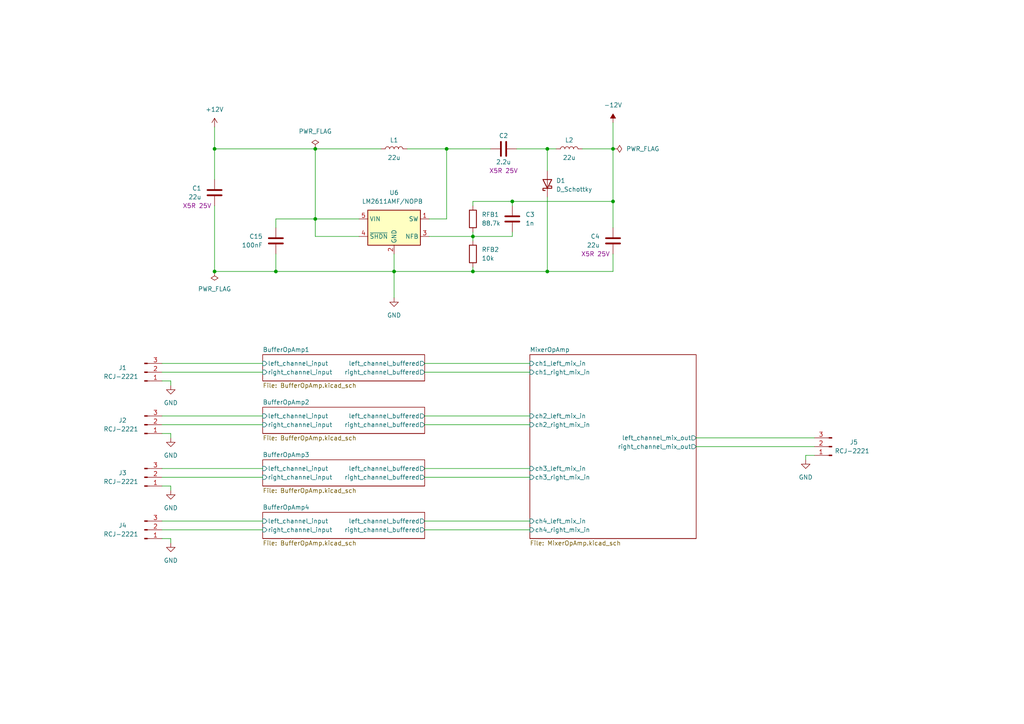
<source format=kicad_sch>
(kicad_sch (version 20230121) (generator eeschema)
  (paper "A4")
  (lib_symbols
    (symbol "Connector:Conn_01x03_Pin" (pin_names (offset 1.016) hide)
      (property "Reference" "J" (at 0 5.08 0))
      (property "Value" "Conn_01x03_Pin" (at 0 -5.08 0))
      (symbol "Conn_01x03_Pin_1_1"
        (polyline (pts (xy 1.27 -2.54) (xy 0.8636 -2.54)) (stroke (width 0.1524)))
        (polyline (pts (xy 1.27 0) (xy 0.8636 0)) (stroke (width 0.1524)))
        (polyline (pts (xy 1.27 2.54) (xy 0.8636 2.54)) (stroke (width 0.1524)))
        (rectangle (start 0.8636 -2.413) (end 0 -2.667) (stroke (width 0.1524)) (fill (type outline)))
        (rectangle (start 0.8636 0.127) (end 0 -0.127) (stroke (width 0.1524)) (fill (type outline)))
        (rectangle (start 0.8636 2.667) (end 0 2.413) (stroke (width 0.1524)) (fill (type outline)))
        (pin passive line (at 5.08 2.54 180) (length 3.81) (name "Pin_1") (number "1"))
        (pin passive line (at 5.08 0 180) (length 3.81) (name "Pin_2") (number "2"))
        (pin passive line (at 5.08 -2.54 180) (length 3.81) (name "Pin_3") (number "3"))
      )
    )
    (symbol "Device:C" (pin_numbers hide) (pin_names (offset 0.254))
      (property "Reference" "C" (at 0.635 2.54 0))
      (property "Value" "C" (at 0.635 -2.54 0))
      (symbol "C_0_1"
        (polyline (pts (xy -2.032 -0.762) (xy 2.032 -0.762)) (stroke (width 0.508)))
        (polyline (pts (xy -2.032 0.762) (xy 2.032 0.762)) (stroke (width 0.508)))
      )
      (symbol "C_1_1"
        (pin passive line (at 0 3.81 270) (length 2.794) (name "~") (number "1"))
        (pin passive line (at 0 -3.81 90) (length 2.794) (name "~") (number "2"))
      )
    )
    (symbol "Device:D_Schottky" (pin_numbers hide) (pin_names (offset 1.016) hide)
      (property "Reference" "D" (at 0 2.54 0))
      (property "Value" "D_Schottky" (at 0 -2.54 0))
      (symbol "D_Schottky_0_1"
        (polyline (pts (xy 1.27 0) (xy -1.27 0)))
        (polyline (pts (xy 1.27 1.27) (xy 1.27 -1.27) (xy -1.27 0) (xy 1.27 1.27)) (stroke (width 0.254)))
        (polyline (pts (xy -1.905 0.635) (xy -1.905 1.27) (xy -1.27 1.27) (xy -1.27 -1.27) (xy -0.635 -1.27) (xy -0.635 -0.635)) (stroke (width 0.254)))
      )
      (symbol "D_Schottky_1_1"
        (pin passive line (at -3.81 0 0) (length 2.54) (name "K") (number "1"))
        (pin passive line (at 3.81 0 180) (length 2.54) (name "A") (number "2"))
      )
    )
    (symbol "Device:L" (pin_numbers hide) (pin_names (offset 1.016) hide)
      (property "Reference" "L" (at -1.27 0 90))
      (property "Value" "L" (at 1.905 0 90))
      (symbol "L_0_1"
        (arc (start 0 -2.54) (mid 0.6323 -1.905) (end 0 -1.27))
        (arc (start 0 -1.27) (mid 0.6323 -0.635) (end 0 0))
        (arc (start 0 0) (mid 0.6323 0.635) (end 0 1.27))
        (arc (start 0 1.27) (mid 0.6323 1.905) (end 0 2.54))
      )
      (symbol "L_1_1"
        (pin passive line (at 0 3.81 270) (length 1.27) (name "1") (number "1"))
        (pin passive line (at 0 -3.81 90) (length 1.27) (name "2") (number "2"))
      )
    )
    (symbol "Device:R" (pin_numbers hide) (pin_names (offset 0))
      (property "Reference" "R" (at 2.032 0 90))
      (property "Value" "R" (at 0 0 90))
      (symbol "R_0_1"
        (rectangle (start -1.016 -2.54) (end 1.016 2.54) (stroke (width 0.254)))
      )
      (symbol "R_1_1"
        (pin passive line (at 0 3.81 270) (length 1.27) (name "~") (number "1"))
        (pin passive line (at 0 -3.81 90) (length 1.27) (name "~") (number "2"))
      )
    )
    (symbol "Regulator_Switching:LM2611xMF"
      (property "Reference" "U" (at -7.62 6.35 0))
      (property "Value" "LM2611xMF" (at 7.62 6.35 0))
      (symbol "LM2611xMF_0_1"
        (rectangle (start -7.62 5.08) (end 7.62 -5.08) (stroke (width 0.254)) (fill (type background)))
      )
      (symbol "LM2611xMF_1_1"
        (pin open_collector line (at 10.16 2.54 180) (length 2.54) (name "SW") (number "1"))
        (pin power_in line (at 0 -7.62 90) (length 2.54) (name "GND") (number "2"))
        (pin input line (at 10.16 -2.54 180) (length 2.54) (name "NFB") (number "3"))
        (pin input line (at -10.16 -2.54 0) (length 2.54) (name "~{SHDN}") (number "4"))
        (pin power_in line (at -10.16 2.54 0) (length 2.54) (name "VIN") (number "5"))
      )
    )
    (symbol "power:+12V" (power) (pin_names (offset 0))
      (property "Value" "+12V" (at 0 3.556 0))
      (symbol "+12V_0_1"
        (polyline (pts (xy -0.762 1.27) (xy 0 2.54)))
        (polyline (pts (xy 0 0) (xy 0 2.54)))
        (polyline (pts (xy 0 2.54) (xy 0.762 1.27)))
      )
      (symbol "+12V_1_1"
        (pin power_in line (at 0 0 90) (length 0) hide (name "+12V") (number "1"))
      )
    )
    (symbol "power:-12V" (power) (pin_names (offset 0))
      (property "Value" "-12V" (at 0 3.81 0))
      (symbol "-12V_0_0"
        (pin power_in line (at 0 0 90) (length 0) hide (name "-12V") (number "1"))
      )
      (symbol "-12V_0_1"
        (polyline (pts (xy 0 0) (xy 0 1.27) (xy 0.762 1.27) (xy 0 2.54) (xy -0.762 1.27) (xy 0 1.27)) (fill (type outline)))
      )
    )
    (symbol "power:GND" (power) (pin_names (offset 0))
      (property "Value" "GND" (at 0 -3.81 0))
      (symbol "GND_0_1"
        (polyline (pts (xy 0 0) (xy 0 -1.27) (xy 1.27 -1.27) (xy 0 -2.54) (xy -1.27 -1.27) (xy 0 -1.27)))
      )
      (symbol "GND_1_1"
        (pin power_in line (at 0 0 270) (length 0) hide (name "GND") (number "1"))
      )
    )
    (symbol "power:PWR_FLAG" (power) (pin_numbers hide) (pin_names (offset 0) hide)
      (property "Value" "PWR_FLAG" (at 0 3.81 0))
      (symbol "PWR_FLAG_0_0"
        (pin power_out line (at 0 0 90) (length 0) (name "pwr") (number "1"))
      )
      (symbol "PWR_FLAG_0_1"
        (polyline (pts (xy 0 0) (xy 0 1.27) (xy -1.016 1.905) (xy 0 2.54) (xy 1.016 1.905) (xy 0 1.27)))
      )
    )
  )
  (junction (at 177.8 58.42))
  (junction (at 62.23 78.74))
  (junction (at 158.75 43.18))
  (junction (at 114.3 78.74))
  (junction (at 177.8 43.18))
  (junction (at 137.16 78.74))
  (junction (at 148.59 58.42))
  (junction (at 91.44 63.5))
  (junction (at 129.54 43.18))
  (junction (at 137.16 68.58))
  (junction (at 80.01 78.74))
  (junction (at 62.23 43.18))
  (junction (at 158.75 78.74))
  (junction (at 91.44 43.18))
  (wire (pts (xy 123.19 153.67) (xy 153.67 153.67)))
  (wire (pts (xy 118.11 43.18) (xy 129.54 43.18)))
  (wire (pts (xy 114.3 73.66) (xy 114.3 78.74)))
  (wire (pts (xy 177.8 43.18) (xy 177.8 58.42)))
  (wire (pts (xy 158.75 57.15) (xy 158.75 78.74)))
  (wire (pts (xy 177.8 35.56) (xy 177.8 43.18)))
  (wire (pts (xy 114.3 78.74) (xy 114.3 86.36)))
  (wire (pts (xy 201.93 127) (xy 236.22 127)))
  (wire (pts (xy 201.93 129.54) (xy 236.22 129.54)))
  (wire (pts (xy 137.16 58.42) (xy 137.16 59.69)))
  (wire (pts (xy 137.16 78.74) (xy 158.75 78.74)))
  (wire (pts (xy 46.99 156.21) (xy 49.53 156.21)))
  (wire (pts (xy 80.01 63.5) (xy 91.44 63.5)))
  (wire (pts (xy 80.01 63.5) (xy 80.01 66.04)))
  (wire (pts (xy 62.23 78.74) (xy 80.01 78.74)))
  (wire (pts (xy 124.46 63.5) (xy 129.54 63.5)))
  (wire (pts (xy 233.68 132.08) (xy 233.68 133.35)))
  (wire (pts (xy 158.75 43.18) (xy 161.29 43.18)))
  (wire (pts (xy 91.44 68.58) (xy 104.14 68.58)))
  (wire (pts (xy 137.16 77.47) (xy 137.16 78.74)))
  (wire (pts (xy 177.8 73.66) (xy 177.8 78.74)))
  (wire (pts (xy 49.53 156.21) (xy 49.53 157.48)))
  (wire (pts (xy 62.23 59.69) (xy 62.23 78.74)))
  (wire (pts (xy 236.22 132.08) (xy 233.68 132.08)))
  (wire (pts (xy 124.46 68.58) (xy 137.16 68.58)))
  (wire (pts (xy 91.44 43.18) (xy 110.49 43.18)))
  (wire (pts (xy 114.3 78.74) (xy 137.16 78.74)))
  (wire (pts (xy 148.59 58.42) (xy 177.8 58.42)))
  (wire (pts (xy 148.59 58.42) (xy 148.59 59.69)))
  (wire (pts (xy 123.19 151.13) (xy 153.67 151.13)))
  (wire (pts (xy 123.19 120.65) (xy 153.67 120.65)))
  (wire (pts (xy 46.99 135.89) (xy 76.2 135.89)))
  (wire (pts (xy 80.01 73.66) (xy 80.01 78.74)))
  (wire (pts (xy 46.99 120.65) (xy 76.2 120.65)))
  (wire (pts (xy 91.44 43.18) (xy 91.44 63.5)))
  (wire (pts (xy 123.19 105.41) (xy 153.67 105.41)))
  (wire (pts (xy 46.99 107.95) (xy 76.2 107.95)))
  (wire (pts (xy 91.44 63.5) (xy 91.44 68.58)))
  (wire (pts (xy 46.99 140.97) (xy 49.53 140.97)))
  (wire (pts (xy 137.16 58.42) (xy 148.59 58.42)))
  (wire (pts (xy 46.99 105.41) (xy 76.2 105.41)))
  (wire (pts (xy 46.99 138.43) (xy 76.2 138.43)))
  (wire (pts (xy 91.44 63.5) (xy 104.14 63.5)))
  (wire (pts (xy 62.23 43.18) (xy 62.23 52.07)))
  (wire (pts (xy 148.59 67.31) (xy 148.59 68.58)))
  (wire (pts (xy 137.16 67.31) (xy 137.16 68.58)))
  (wire (pts (xy 123.19 135.89) (xy 153.67 135.89)))
  (wire (pts (xy 46.99 151.13) (xy 76.2 151.13)))
  (wire (pts (xy 149.86 43.18) (xy 158.75 43.18)))
  (wire (pts (xy 137.16 68.58) (xy 148.59 68.58)))
  (wire (pts (xy 62.23 36.83) (xy 62.23 43.18)))
  (wire (pts (xy 46.99 110.49) (xy 49.53 110.49)))
  (wire (pts (xy 129.54 43.18) (xy 129.54 63.5)))
  (wire (pts (xy 80.01 78.74) (xy 114.3 78.74)))
  (wire (pts (xy 62.23 43.18) (xy 91.44 43.18)))
  (wire (pts (xy 177.8 58.42) (xy 177.8 66.04)))
  (wire (pts (xy 129.54 43.18) (xy 142.24 43.18)))
  (wire (pts (xy 137.16 68.58) (xy 137.16 69.85)))
  (wire (pts (xy 46.99 125.73) (xy 49.53 125.73)))
  (wire (pts (xy 123.19 107.95) (xy 153.67 107.95)))
  (wire (pts (xy 123.19 138.43) (xy 153.67 138.43)))
  (wire (pts (xy 158.75 43.18) (xy 158.75 49.53)))
  (wire (pts (xy 168.91 43.18) (xy 177.8 43.18)))
  (wire (pts (xy 49.53 125.73) (xy 49.53 127)))
  (wire (pts (xy 158.75 78.74) (xy 177.8 78.74)))
  (wire (pts (xy 46.99 123.19) (xy 76.2 123.19)))
  (wire (pts (xy 46.99 153.67) (xy 76.2 153.67)))
  (wire (pts (xy 49.53 110.49) (xy 49.53 111.76)))
  (wire (pts (xy 49.53 140.97) (xy 49.53 142.24)))
  (wire (pts (xy 123.19 123.19) (xy 153.67 123.19)))
  (symbol (lib_id "power:GND") (at 233.68 133.35 0) (mirror y) (unit 1)
    (property "Reference" "#PWR08" (effects hide))
    (property "Value" "GND" (at 233.68 138.43 0))
  )
  (symbol (lib_id "Device:R") (at 137.16 73.66 0) (unit 1)
    (property "Reference" "RFB2" (at 139.7 72.39 0) (effects (justify left)))
    (property "Value" "10k" (at 139.7 74.93 0) (effects (justify left)))
    (property "Footprint" "Resistor_SMD:R_0805_2012Metric_Pad1.20x1.40mm_HandSolder" (effects hide))
    (property "Datasheet" "https://datasheet.lcsc.com/lcsc/2206010216_UNI-ROYAL-Uniroyal-Elec-0805W8F1002T5E_C17414.pdf" (effects hide))
    (property "LCSC" "C17414" (effects hide))
  )
  (symbol (lib_id "power:PWR_FLAG") (at 62.23 78.74 180) (unit 1)
    (property "Reference" "#FLG01" (effects hide))
    (property "Value" "PWR_FLAG" (at 62.23 83.82 0))
  )
  (symbol (lib_id "Device:R") (at 137.16 63.5 0) (unit 1)
    (property "Reference" "RFB1" (at 139.7 62.23 0) (effects (justify left)))
    (property "Value" "88.7k" (at 139.7 64.77 0) (effects (justify left)))
    (property "Footprint" "Resistor_SMD:R_0805_2012Metric_Pad1.20x1.40mm_HandSolder" (effects hide))
    (property "Datasheet" "https://datasheet.lcsc.com/lcsc/2308241947_FOJAN-FRC0805F8872TS_C5121549.pdf" (effects hide))
    (property "LCSC" "C5121549" (effects hide))
  )
  (symbol (lib_id "Device:D_Schottky") (at 158.75 53.34 90) (unit 1)
    (property "Reference" "D1" (at 161.29 52.3875 90) (effects (justify right)))
    (property "Value" "D_Schottky" (at 161.29 54.9275 90) (effects (justify right)))
    (property "Footprint" "Diode_SMD:D_PowerDI-123" (effects hide))
    (property "Datasheet" "https://datasheet.lcsc.com/lcsc/2304140030_onsemi-MBRM120LT1G_C32150.pdf" (effects hide))
    (property "LCSC" "C32150" (effects hide))
  )
  (symbol (lib_id "power:GND") (at 49.53 111.76 0) (unit 1)
    (property "Reference" "#PWR01" (effects hide))
    (property "Value" "GND" (at 49.53 116.84 0))
  )
  (symbol (lib_id "Connector:Conn_01x03_Pin") (at 41.91 138.43 0) (mirror x) (unit 1)
    (property "Reference" "J3" (at 35.56 137.16 0))
    (property "Value" "RCJ-2221 " (at 35.56 139.7 0))
    (property "Footprint" "RCAJack:RCJ-22" (effects hide))
    (property "Datasheet" "https://www.mouser.co.uk/datasheet/2/670/rcj_22-3159382.pdf" (effects hide))
    (property "Mouser" "490-RCJ-2221 " (effects hide))
  )
  (symbol (lib_id "power:GND") (at 49.53 142.24 0) (unit 1)
    (property "Reference" "#PWR03" (effects hide))
    (property "Value" "GND" (at 49.53 147.32 0))
  )
  (symbol (lib_id "power:GND") (at 49.53 157.48 0) (unit 1)
    (property "Reference" "#PWR04" (effects hide))
    (property "Value" "GND" (at 49.53 162.56 0))
  )
  (symbol (lib_id "power:PWR_FLAG") (at 177.8 43.18 270) (unit 1)
    (property "Reference" "#FLG03" (effects hide))
    (property "Value" "PWR_FLAG" (at 181.61 43.18 90) (effects (justify left)))
  )
  (symbol (lib_id "power:+12V") (at 62.23 36.83 0) (unit 1)
    (property "Reference" "#PWR05" (effects hide))
    (property "Value" "+12V" (at 62.23 31.75 0))
  )
  (symbol (lib_id "Connector:Conn_01x03_Pin") (at 41.91 123.19 0) (mirror x) (unit 1)
    (property "Reference" "J2" (at 35.56 121.92 0))
    (property "Value" "RCJ-2221 " (at 35.56 124.46 0))
    (property "Footprint" "RCAJack:RCJ-22" (effects hide))
    (property "Datasheet" "https://www.mouser.co.uk/datasheet/2/670/rcj_22-3159382.pdf" (effects hide))
    (property "Mouser" "490-RCJ-2221 " (effects hide))
  )
  (symbol (lib_id "Device:C") (at 148.59 63.5 180) (unit 1)
    (property "Reference" "C3" (at 152.4 62.23 0) (effects (justify right)))
    (property "Value" "1n" (at 152.4 64.77 0) (effects (justify right)))
    (property "Footprint" "Capacitor_SMD:C_0805_2012Metric_Pad1.18x1.45mm_HandSolder" (effects hide))
    (property "Datasheet" "https://datasheet.lcsc.com/lcsc/2304140030_Samsung-Electro-Mechanics-CL21B102KCANNNC_C15177.pdf" (effects hide))
    (property "Notes" "X7R 100V" (effects hide))
    (property "LCSC" "C15177" (effects hide))
  )
  (symbol (lib_id "Device:C") (at 62.23 55.88 0) (mirror x) (unit 1)
    (property "Reference" "C1" (at 58.42 54.61 0) (effects (justify right)))
    (property "Value" "22u" (at 58.42 57.15 0) (effects (justify right)))
    (property "Footprint" "Capacitor_SMD:C_1210_3225Metric_Pad1.33x2.70mm_HandSolder" (effects hide))
    (property "Datasheet" "https://datasheet.lcsc.com/lcsc/2304140030_Samsung-Electro-Mechanics-CL32A226KAJNNNE_C52306.pdf" (effects hide))
    (property "Notes" "X5R 25V" (at 57.15 59.69 0))
    (property "LCSC" "C52306" (effects hide))
  )
  (symbol (lib_id "Device:L") (at 165.1 43.18 90) (unit 1)
    (property "Reference" "L2" (at 165.1 40.64 90))
    (property "Value" "22u" (at 165.1 45.72 90))
    (property "Footprint" "Inductor_SMD:L_Ferrocore_DLG-0403" (effects hide))
    (property "Datasheet" "https://datasheet.lcsc.com/lcsc/2201121400_SHOU-HAN-CY43-22UH_C2929420.pdf" (effects hide))
    (property "LCSC" "C2929420" (effects hide))
    (property "Notes" "270mΩ 600mA" (effects hide))
  )
  (symbol (lib_id "Connector:Conn_01x03_Pin") (at 41.91 153.67 0) (mirror x) (unit 1)
    (property "Reference" "J4" (at 35.56 152.4 0))
    (property "Value" "RCJ-2221 " (at 35.56 154.94 0))
    (property "Footprint" "RCAJack:RCJ-22" (effects hide))
    (property "Datasheet" "https://www.mouser.co.uk/datasheet/2/670/rcj_22-3159382.pdf" (effects hide))
    (property "Mouser" "490-RCJ-2221 " (effects hide))
  )
  (symbol (lib_id "Device:C") (at 146.05 43.18 90) (unit 1)
    (property "Reference" "C2" (at 146.05 39.37 90))
    (property "Value" "2.2u" (at 146.05 46.99 90))
    (property "Footprint" "Capacitor_SMD:C_1210_3225Metric_Pad1.33x2.70mm_HandSolder" (effects hide))
    (property "Datasheet" "https://datasheet.lcsc.com/lcsc/2401181536_Walsin-Tech-Corp-1206X225K250CT_C3841146.pdf" (effects hide))
    (property "Notes" "X5R 25V" (at 146.05 49.53 90))
    (property "LCSC" "C3841146" (effects hide))
  )
  (symbol (lib_id "power:-12V") (at 177.8 35.56 0) (unit 1)
    (property "Reference" "#PWR07" (effects hide))
    (property "Value" "-12V" (at 177.8 30.48 0))
  )
  (symbol (lib_id "Device:C") (at 177.8 69.85 0) (mirror x) (unit 1)
    (property "Reference" "C4" (at 173.99 68.58 0) (effects (justify right)))
    (property "Value" "22u" (at 173.99 71.12 0) (effects (justify right)))
    (property "Footprint" "Capacitor_SMD:C_1210_3225Metric_Pad1.33x2.70mm_HandSolder" (effects hide))
    (property "Datasheet" "https://datasheet.lcsc.com/lcsc/2304140030_Samsung-Electro-Mechanics-CL32A226KAJNNNE_C52306.pdf" (effects hide))
    (property "Notes" "X5R 25V" (at 172.72 73.66 0))
    (property "LCSC" "C52306" (effects hide))
  )
  (symbol (lib_id "Device:C") (at 80.01 69.85 0) (mirror y) (unit 1)
    (property "Reference" "C15" (at 76.2 68.58 0) (effects (justify left)))
    (property "Value" "100nF" (at 76.2 71.12 0) (effects (justify left)))
    (property "Footprint" "Capacitor_SMD:C_0603_1608Metric_Pad1.08x0.95mm_HandSolder" (effects hide))
    (property "Datasheet" "https://datasheet.lcsc.com/lcsc/2304140030_Samsung-Electro-Mechanics-CL10B104KA8NNNC_C1590.pdf" (effects hide))
    (property "LCSC" "C1590" (effects hide))
    (property "Notes" "X7R 25V" (effects hide))
  )
  (symbol (lib_id "Connector:Conn_01x03_Pin") (at 241.3 129.54 180) (unit 1)
    (property "Reference" "J5" (at 247.65 128.27 0))
    (property "Value" "RCJ-2221 " (at 247.65 130.81 0))
    (property "Footprint" "RCAJack:RCJ-22" (effects hide))
    (property "Datasheet" "https://www.mouser.co.uk/datasheet/2/670/rcj_22-3159382.pdf" (effects hide))
    (property "Mouser" "490-RCJ-2221 " (effects hide))
  )
  (symbol (lib_id "Connector:Conn_01x03_Pin") (at 41.91 107.95 0) (mirror x) (unit 1)
    (property "Reference" "J1" (at 35.56 106.68 0))
    (property "Value" "RCJ-2221 " (at 35.56 109.22 0))
    (property "Footprint" "RCAJack:RCJ-22" (effects hide))
    (property "Datasheet" "https://www.mouser.co.uk/datasheet/2/670/rcj_22-3159382.pdf" (effects hide))
    (property "Mouser" "490-RCJ-2221 " (effects hide))
  )
  (symbol (lib_id "power:PWR_FLAG") (at 91.44 43.18 0) (unit 1)
    (property "Reference" "#FLG02" (effects hide))
    (property "Value" "PWR_FLAG" (at 91.44 38.1 0))
  )
  (symbol (lib_id "power:GND") (at 49.53 127 0) (unit 1)
    (property "Reference" "#PWR02" (effects hide))
    (property "Value" "GND" (at 49.53 132.08 0))
  )
  (symbol (lib_id "Device:L") (at 114.3 43.18 90) (unit 1)
    (property "Reference" "L1" (at 114.3 40.64 90))
    (property "Value" "22u" (at 114.3 45.72 90))
    (property "Footprint" "Inductor_SMD:L_Ferrocore_DLG-0403" (effects hide))
    (property "Datasheet" "https://datasheet.lcsc.com/lcsc/2201121400_SHOU-HAN-CY43-22UH_C2929420.pdf" (effects hide))
    (property "LCSC" "C2929420" (effects hide))
    (property "Notes" "270mΩ 600mA" (effects hide))
  )
  (symbol (lib_id "Regulator_Switching:LM2611xMF") (at 114.3 66.04 0) (unit 1)
    (property "Reference" "U6" (at 114.3 55.88 0))
    (property "Value" "LM2611AMF/NOPB " (at 114.3 58.42 0))
    (property "Footprint" "Package_TO_SOT_SMD:SOT-23-5" (effects hide))
    (property "Datasheet" "https://www.ti.com/lit/ds/symlink/lm2611.pdf" (effects hide))
    (property "LCSC" "C529546" (effects hide))
    (property "Mouser" "926-LM2611AMF/NOPB " (effects hide))
  )
  (symbol (lib_id "power:GND") (at 114.3 86.36 0) (unit 1)
    (property "Reference" "#PWR06" (effects hide))
    (property "Value" "GND" (at 114.3 91.44 0))
  )
  (sheet (at 153.67 102.87) (size 48.26 53.34) (stroke (width 0.1524))
    (property "Sheetname" "MixerOpAmp" (at 153.67 102.1584 0) (effects (justify left bottom)))
    (property "Sheetfile" "MixerOpAmp.kicad_sch" (at 153.67 156.7946 0) (effects (justify left top)))
    (pin "ch3_left_mix_in" input (at 153.67 135.89 180))
    (pin "ch2_right_mix_in" input (at 153.67 123.19 180))
    (pin "ch3_right_mix_in" input (at 153.67 138.43 180))
    (pin "ch1_right_mix_in" input (at 153.67 107.95 180))
    (pin "ch1_left_mix_in" input (at 153.67 105.41 180))
    (pin "ch2_left_mix_in" input (at 153.67 120.65 180))
    (pin "ch4_left_mix_in" input (at 153.67 151.13 180))
    (pin "ch4_right_mix_in" input (at 153.67 153.67 180))
    (pin "left_channel_mix_out" output (at 201.93 127 0))
    (pin "right_channel_mix_out" output (at 201.93 129.54 0))
  )
  (sheet (at 76.2 133.35) (size 46.99 7.62) (stroke (width 0.1524))
    (property "Sheetname" "BufferOpAmp3" (at 76.2 132.6384 0) (effects (justify left bottom)))
    (property "Sheetfile" "BufferOpAmp.kicad_sch" (at 76.2 141.5546 0) (effects (justify left top)))
    (pin "left_channel_input" input (at 76.2 135.89 180))
    (pin "right_channel_input" input (at 76.2 138.43 180))
    (pin "left_channel_buffered" output (at 123.19 135.89 0))
    (pin "right_channel_buffered" output (at 123.19 138.43 0))
  )
  (sheet (at 76.2 118.11) (size 46.99 7.62) (stroke (width 0.1524))
    (property "Sheetname" "BufferOpAmp2" (at 76.2 117.3984 0) (effects (justify left bottom)))
    (property "Sheetfile" "BufferOpAmp.kicad_sch" (at 76.2 126.3146 0) (effects (justify left top)))
    (pin "left_channel_input" input (at 76.2 120.65 180))
    (pin "right_channel_input" input (at 76.2 123.19 180))
    (pin "left_channel_buffered" output (at 123.19 120.65 0))
    (pin "right_channel_buffered" output (at 123.19 123.19 0))
  )
  (sheet (at 76.2 148.59) (size 46.99 7.62) (stroke (width 0.1524))
    (property "Sheetname" "BufferOpAmp4" (at 76.2 147.8784 0) (effects (justify left bottom)))
    (property "Sheetfile" "BufferOpAmp.kicad_sch" (at 76.2 156.7946 0) (effects (justify left top)))
    (pin "left_channel_input" input (at 76.2 151.13 180))
    (pin "right_channel_input" input (at 76.2 153.67 180))
    (pin "left_channel_buffered" output (at 123.19 151.13 0))
    (pin "right_channel_buffered" output (at 123.19 153.67 0))
  )
  (sheet (at 76.2 102.87) (size 46.99 7.62) (stroke (width 0.1524))
    (property "Sheetname" "BufferOpAmp1" (at 76.2 102.1584 0) (effects (justify left bottom)))
    (property "Sheetfile" "BufferOpAmp.kicad_sch" (at 76.2 111.0746 0) (effects (justify left top)))
    (pin "left_channel_input" input (at 76.2 105.41 180))
    (pin "right_channel_input" input (at 76.2 107.95 180))
    (pin "left_channel_buffered" output (at 123.19 105.41 0))
    (pin "right_channel_buffered" output (at 123.19 107.95 0))
  )
)
</source>
